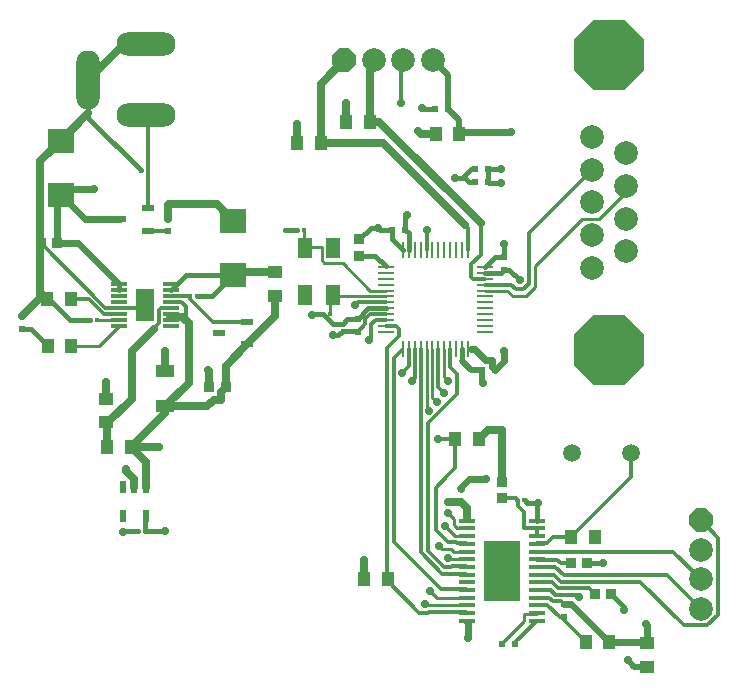
<source format=gtl>
G04 Layer_Physical_Order=1*
G04 Layer_Color=255*
%FSLAX43Y43*%
%MOMM*%
G71*
G01*
G75*
%ADD10R,1.000X1.250*%
%ADD11R,0.600X0.600*%
%ADD12R,0.600X0.600*%
%ADD13R,0.850X0.850*%
%ADD14R,2.300X2.000*%
%ADD15R,1.000X0.600*%
%ADD16R,0.300X0.300*%
%ADD17R,1.400X0.300*%
%ADD18R,1.600X2.800*%
%ADD19R,1.250X1.000*%
%ADD20R,1.600X1.000*%
%ADD21R,0.600X1.000*%
%ADD22R,0.250X1.400*%
%ADD23R,1.400X0.250*%
%ADD24R,0.850X0.850*%
%ADD25R,0.300X0.300*%
%ADD26R,1.200X1.800*%
%ADD27R,3.100X5.180*%
%ADD28R,1.400X0.400*%
%ADD29C,0.300*%
%ADD30C,0.600*%
%ADD31C,0.700*%
%ADD32C,0.400*%
%ADD33C,0.250*%
%ADD34C,0.500*%
%ADD35C,2.000*%
%ADD36P,2.165X8X22.5*%
%ADD37P,2.165X8X292.5*%
%ADD38P,6.494X8X202.5*%
%ADD39O,5.000X2.000*%
%ADD40O,2.000X5.000*%
%ADD41C,1.500*%
%ADD42C,0.700*%
%ADD43C,0.500*%
D10*
X30325Y2025D02*
D03*
X32325D02*
D03*
X40050Y13850D02*
D03*
X38050D02*
D03*
X24650Y38900D02*
D03*
X26650D02*
D03*
X28825Y40725D02*
D03*
X30825D02*
D03*
X36400Y39700D02*
D03*
X38400D02*
D03*
X5550Y21750D02*
D03*
X3550D02*
D03*
X5500Y25675D02*
D03*
X3500D02*
D03*
X10600Y13150D02*
D03*
X8600D02*
D03*
X49875Y5575D02*
D03*
X47875D02*
D03*
X51100Y-3375D02*
D03*
X49100D02*
D03*
D11*
X43150Y-3525D02*
D03*
X42050D02*
D03*
X36350Y41825D02*
D03*
X37450D02*
D03*
X33825Y31575D02*
D03*
X32725D02*
D03*
X40350Y19725D02*
D03*
X41450D02*
D03*
X40850Y35575D02*
D03*
X39750D02*
D03*
X39750Y36700D02*
D03*
X40850D02*
D03*
D12*
X47225Y-1250D02*
D03*
Y-150D02*
D03*
X13775Y31475D02*
D03*
Y32475D02*
D03*
X1350Y24225D02*
D03*
Y23125D02*
D03*
X42175Y28175D02*
D03*
Y29275D02*
D03*
X29800Y24025D02*
D03*
Y22925D02*
D03*
X38550Y9625D02*
D03*
Y8525D02*
D03*
D13*
X51275Y700D02*
D03*
X49875D02*
D03*
X49225Y3325D02*
D03*
X47825D02*
D03*
X4350Y30425D02*
D03*
X2950D02*
D03*
X18625Y18225D02*
D03*
X17225D02*
D03*
D14*
X4650Y39125D02*
D03*
Y34525D02*
D03*
X19225Y32350D02*
D03*
Y27750D02*
D03*
D15*
X12050Y31500D02*
D03*
Y33400D02*
D03*
X9650Y32450D02*
D03*
X20450Y21900D02*
D03*
Y23800D02*
D03*
X18050Y22850D02*
D03*
D16*
X12025Y36575D02*
D03*
X11425D02*
D03*
X7150Y23950D02*
D03*
X7750D02*
D03*
X16225Y26000D02*
D03*
X15625D02*
D03*
X11225Y6025D02*
D03*
X11825D02*
D03*
X26875Y24450D02*
D03*
X27475D02*
D03*
X24675Y31550D02*
D03*
X25275D02*
D03*
X43900Y8700D02*
D03*
X43300D02*
D03*
D17*
X9575Y26950D02*
D03*
Y26450D02*
D03*
Y25950D02*
D03*
Y25450D02*
D03*
Y24950D02*
D03*
Y24450D02*
D03*
Y23950D02*
D03*
Y23450D02*
D03*
X13975Y26950D02*
D03*
Y26450D02*
D03*
Y25950D02*
D03*
Y25450D02*
D03*
Y24950D02*
D03*
Y24450D02*
D03*
Y23950D02*
D03*
Y23450D02*
D03*
D18*
X11775Y25200D02*
D03*
D19*
X22775Y27950D02*
D03*
Y25950D02*
D03*
X8525Y15250D02*
D03*
Y17250D02*
D03*
X54275Y-5425D02*
D03*
Y-3425D02*
D03*
D20*
X13500Y19625D02*
D03*
Y16625D02*
D03*
D21*
X11850Y9775D02*
D03*
X10900D02*
D03*
X9950D02*
D03*
Y7375D02*
D03*
X11850D02*
D03*
D22*
X33625Y29875D02*
D03*
X34125D02*
D03*
X34625D02*
D03*
X35125D02*
D03*
X35625D02*
D03*
X36125D02*
D03*
X36625D02*
D03*
X37125D02*
D03*
X37625D02*
D03*
X38125D02*
D03*
X38625D02*
D03*
X39125D02*
D03*
Y21475D02*
D03*
X38625D02*
D03*
X38125D02*
D03*
X37625D02*
D03*
X37125D02*
D03*
X36625D02*
D03*
X36125D02*
D03*
X35625D02*
D03*
X35125D02*
D03*
X34625D02*
D03*
X34125D02*
D03*
X33625D02*
D03*
D23*
X40575Y28425D02*
D03*
Y27925D02*
D03*
Y27425D02*
D03*
Y26925D02*
D03*
Y26425D02*
D03*
Y25925D02*
D03*
Y25425D02*
D03*
Y24925D02*
D03*
Y24425D02*
D03*
Y23925D02*
D03*
Y23425D02*
D03*
Y22925D02*
D03*
X32175D02*
D03*
Y23425D02*
D03*
Y23925D02*
D03*
Y24425D02*
D03*
Y24925D02*
D03*
Y25425D02*
D03*
Y25925D02*
D03*
Y26425D02*
D03*
Y26925D02*
D03*
Y27425D02*
D03*
Y27925D02*
D03*
Y28425D02*
D03*
D24*
X29950Y29375D02*
D03*
Y30775D02*
D03*
X42050Y8825D02*
D03*
Y10225D02*
D03*
D25*
X28525Y23025D02*
D03*
Y23625D02*
D03*
D26*
X25325Y26025D02*
D03*
Y30025D02*
D03*
X27725D02*
D03*
Y26025D02*
D03*
D27*
X42000Y2700D02*
D03*
D28*
X39050Y6925D02*
D03*
Y6275D02*
D03*
Y5625D02*
D03*
Y4975D02*
D03*
Y4325D02*
D03*
Y3675D02*
D03*
Y3025D02*
D03*
Y2375D02*
D03*
Y1725D02*
D03*
Y1075D02*
D03*
Y425D02*
D03*
Y-225D02*
D03*
Y-875D02*
D03*
Y-1525D02*
D03*
X44950Y6925D02*
D03*
Y6275D02*
D03*
Y5625D02*
D03*
Y4975D02*
D03*
Y4325D02*
D03*
Y3675D02*
D03*
Y3025D02*
D03*
Y2375D02*
D03*
Y1725D02*
D03*
Y1075D02*
D03*
Y425D02*
D03*
Y-225D02*
D03*
Y-875D02*
D03*
Y-1525D02*
D03*
D29*
X39154Y29875D02*
Y31696D01*
X37400Y10725D02*
X38050Y11375D01*
X37400Y10716D02*
Y10725D01*
X36396Y9712D02*
X37400Y10716D01*
X36396Y6163D02*
Y9712D01*
X38175Y17625D02*
Y19375D01*
X35750Y15200D02*
X38175Y17625D01*
X37625Y19925D02*
X38175Y19375D01*
X32250Y1875D02*
Y21525D01*
Y1875D02*
X34979Y-854D01*
X35787D01*
X35812Y-829D02*
X39004D01*
X35787Y-854D02*
X35812Y-829D01*
X36704Y1296D02*
X36879Y1121D01*
X36704Y1296D02*
Y1312D01*
X36262Y1754D02*
X36704Y1312D01*
X36246Y1754D02*
X36262D01*
X32850Y5150D02*
X36246Y1754D01*
X35125Y4250D02*
Y21475D01*
X32850Y5150D02*
Y20700D01*
X36625Y18225D02*
X37075Y17775D01*
X36625Y18225D02*
Y21475D01*
X34375Y18725D02*
X34625Y18975D01*
X35750Y4409D02*
Y15200D01*
X36396Y6163D02*
X37463Y5096D01*
X35750Y4409D02*
X37113Y3046D01*
X36575Y13875D02*
X36600Y13850D01*
X38050D01*
X43050Y-3425D02*
X44950Y-1525D01*
X52925Y10625D02*
Y12700D01*
X38050Y11375D02*
Y13850D01*
X37463Y5096D02*
X38108D01*
X38183Y5021D01*
X39004D01*
X39050Y4975D01*
X34625Y18975D02*
Y21475D01*
X33575Y19450D02*
X34125Y20000D01*
Y21475D01*
X32850Y20700D02*
X33575Y21425D01*
X37625Y19925D02*
Y21475D01*
X44950Y2375D02*
X46395D01*
X57421Y-1929D02*
X59407D01*
X60325Y-1011D01*
Y5475D01*
X56475Y4325D02*
X58825Y1975D01*
Y6975D02*
X60325Y5475D01*
X44950Y3675D02*
X44996Y3629D01*
X46708D01*
X47012Y3325D01*
X47825D01*
X44950Y3025D02*
X46529D01*
X44950Y4325D02*
X56475D01*
X33050Y23425D02*
X33325Y23150D01*
X32175Y23425D02*
X33050D01*
X30950Y22475D02*
Y23550D01*
X31325Y23925D01*
X32175D01*
X29800Y22925D02*
X30425Y23550D01*
Y23975D01*
X30875Y24425D01*
X32175D01*
X29600Y25200D02*
X29825Y25425D01*
X32175D01*
X44279Y31274D02*
X49660Y36655D01*
X43816Y26525D02*
X44279Y26988D01*
X43200Y26525D02*
X43816D01*
X40575Y26925D02*
X42800D01*
X44279Y26988D02*
Y31274D01*
X42800Y26925D02*
X43200Y26525D01*
X35625Y31525D02*
X35650Y31550D01*
X35625Y29875D02*
Y31525D01*
X33425Y42300D02*
Y45725D01*
X33650Y45950D01*
X38900Y31950D02*
X39154Y31696D01*
X39400Y27550D02*
X39525Y27425D01*
X40575D01*
X39400Y27550D02*
Y28650D01*
X40200Y29450D01*
Y32150D01*
X8300Y24450D02*
X9575D01*
X7075Y25675D02*
X8300Y24450D01*
X5500Y25675D02*
X7075D01*
X9575Y24950D02*
X11525D01*
X11775Y25200D01*
X8425Y24950D02*
X9575D01*
X2950Y30425D02*
X8425Y24950D01*
X12025Y36575D02*
Y41100D01*
X11850Y41275D02*
X12025Y41100D01*
Y33425D02*
Y36575D01*
Y33425D02*
X12050Y33400D01*
Y31500D02*
X13750D01*
X13775Y31475D01*
X13975Y25950D02*
X15575D01*
X15625Y26000D01*
Y25729D02*
Y26000D01*
Y25729D02*
X17554Y23800D01*
X20450D01*
X13975Y25450D02*
X14875D01*
X15250Y25075D01*
Y23950D02*
Y25075D01*
X13125Y24950D02*
X13975D01*
X12950Y24775D02*
X13125Y24950D01*
X12950Y23650D02*
Y24775D01*
X12512Y23212D02*
X12950Y23650D01*
X47875Y5575D02*
X52925Y10625D01*
X44950Y5625D02*
Y6275D01*
Y6321D01*
X43846D02*
Y7646D01*
X43346Y8146D02*
X43846Y7646D01*
X43346Y8146D02*
Y8654D01*
X43300Y8700D02*
X43346Y8654D01*
X43175Y8825D02*
X43300Y8700D01*
X42050Y8825D02*
X43175D01*
X46371Y5575D02*
X47875D01*
X45817Y5021D02*
X46371Y5575D01*
X44996Y5021D02*
X45817D01*
X44950Y4975D02*
X44996Y5021D01*
X44950Y1725D02*
X46262D01*
X44950Y1075D02*
X46128D01*
X44950Y425D02*
X45995D01*
X46315Y105D01*
X46970D01*
X47225Y-150D01*
X46886Y-1250D02*
X47225D01*
X46529Y3025D02*
X47233Y2321D01*
X46395Y2375D02*
X47003Y1767D01*
X48341Y659D02*
X48525Y475D01*
X46262Y1725D02*
X46774Y1213D01*
X46544Y659D02*
X48341D01*
X46128Y1075D02*
X46544Y659D01*
X45861Y-225D02*
X46886Y-1250D01*
X44950Y-225D02*
X45861D01*
X48197Y1213D02*
X48213Y1229D01*
X47967Y1767D02*
X47983Y1783D01*
X47003Y1767D02*
X47967D01*
X47738Y2321D02*
X47754Y2337D01*
X47233Y2321D02*
X47738D01*
X46774Y1213D02*
X48197D01*
X47754Y2337D02*
X55963D01*
X47983Y1783D02*
X53709D01*
X48213Y1229D02*
X49346D01*
X49875Y700D01*
X53709Y1783D02*
X57421Y-1929D01*
X55963Y2337D02*
X58825Y-525D01*
X47225Y-1500D02*
Y-1250D01*
Y-1500D02*
X49100Y-3375D01*
X43846Y6321D02*
X44950D01*
X32250Y21525D02*
X33325Y22600D01*
Y23150D01*
X39004Y1121D02*
X39050Y1075D01*
X36879Y1121D02*
X39004D01*
Y2421D02*
X39050Y2375D01*
X39004Y3071D02*
X39050Y3025D01*
X39004Y-829D02*
X39050Y-875D01*
X37113Y3046D02*
X37737D01*
X37762Y3071D01*
X39004D01*
X35125Y4250D02*
X36954Y2421D01*
X39004D01*
X30725Y22250D02*
X30950Y22475D01*
D30*
X38400Y39650D02*
X38575Y39825D01*
X38475Y9700D02*
X39225Y10450D01*
X38575Y39825D02*
X42775D01*
X39379Y21475D02*
X39700D01*
X40596Y20579D01*
X41204D01*
Y19971D02*
Y20579D01*
Y19971D02*
X41450Y19725D01*
X42200Y20475D01*
Y21300D01*
X39225Y10450D02*
X40625D01*
X38475Y9700D02*
X38550Y9625D01*
X54200Y-1850D02*
X54275Y-1925D01*
Y-3425D02*
Y-1925D01*
X53625Y-3375D02*
X53625Y-3375D01*
X51100Y-3375D02*
X53625D01*
X38400Y39650D02*
Y39700D01*
X6100Y30425D02*
X9575Y26950D01*
X4350Y30425D02*
X6100D01*
X4350D02*
Y34225D01*
X4650Y34525D01*
X6725Y32450D02*
X9650D01*
X4650Y34525D02*
X6725Y32450D01*
X4650Y34525D02*
X5125Y35000D01*
X7500D01*
X47225Y-150D02*
X47872D01*
X51097Y-3375D01*
X51100D01*
X39100Y-3025D02*
Y-1679D01*
X39050Y-1629D02*
X39100Y-1679D01*
D31*
X2896Y26475D02*
Y30479D01*
X10896Y9775D02*
Y10483D01*
X40850Y14650D02*
X42050D01*
X40050Y13850D02*
X40850Y14650D01*
X37425Y8550D02*
X38525D01*
X30325Y2025D02*
Y3625D01*
X42050Y10225D02*
Y14650D01*
X34900Y39950D02*
X35150Y39700D01*
X36400D01*
X31950Y38900D02*
X38900Y31950D01*
X26650Y38900D02*
X31950D01*
X31625Y40725D02*
X40200Y32150D01*
X30825Y40725D02*
X31625D01*
X28775Y42300D02*
X28825Y42250D01*
Y40725D02*
Y42250D01*
X24650Y38900D02*
Y40475D01*
X30825Y41025D02*
Y45625D01*
X31150Y45950D01*
X26650Y38900D02*
Y43950D01*
X28650Y45950D01*
X4650Y39125D02*
X6950Y41425D01*
Y44225D02*
X10000Y47275D01*
X11850D01*
X2896Y30479D02*
X2950Y30425D01*
X2896Y30479D02*
Y37371D01*
X4650Y39125D01*
X1350Y24225D02*
X2896Y25771D01*
Y26475D01*
X13775Y32475D02*
Y33700D01*
X13800Y33725D01*
X19225Y27750D02*
X19425Y27950D01*
X22775D01*
X20450Y21900D02*
X22775Y24225D01*
Y25950D01*
X17850Y33725D02*
X19225Y32350D01*
X13800Y33725D02*
X17850D01*
X18625Y20075D02*
X20450Y21900D01*
X18625Y18225D02*
Y20075D01*
X18254Y17854D02*
X18625Y18225D01*
X18254Y17196D02*
Y17854D01*
X17596Y17196D02*
X18254D01*
X17025Y16625D02*
X17596Y17196D01*
X13500Y16625D02*
X17025D01*
X13500D02*
X15475Y18600D01*
Y23675D01*
X14950Y24200D02*
X15475Y23675D01*
X10650Y21333D02*
X12512Y23196D01*
X13500Y16050D02*
Y16625D01*
X10600Y13150D02*
X13500Y16050D01*
X8600Y13150D02*
Y15175D01*
X8525Y15250D02*
X8600Y15175D01*
X10650Y17225D02*
Y21333D01*
X8600Y15175D02*
X10650Y17225D01*
X17225Y18225D02*
Y19600D01*
X17150Y19675D02*
X17225Y19600D01*
X13500Y19625D02*
Y21300D01*
X13475Y21325D02*
X13500Y21300D01*
X8525Y17250D02*
Y18700D01*
X11850Y9775D02*
Y11900D01*
X10600Y13150D02*
X11850Y11900D01*
X10200Y11179D02*
Y11300D01*
Y11179D02*
X10896Y10483D01*
X10600Y13150D02*
X13000D01*
X13900Y24200D02*
X14950D01*
X38525Y8550D02*
X38550Y8525D01*
X39050Y8025D01*
Y7079D02*
Y8025D01*
D32*
X2896Y26475D02*
X5421Y23950D01*
X28525Y22971D02*
X29754D01*
X38600Y35950D02*
X38850D01*
X38050D02*
X38600D01*
X39350Y36700D01*
X38850Y35950D02*
X39225Y35575D01*
X33825Y31575D02*
Y32725D01*
X33950Y32850D01*
X52375Y-600D02*
Y-400D01*
X40925Y35500D02*
X41925D01*
X40850Y35575D02*
X40925Y35500D01*
X41875Y36700D02*
X41900Y36675D01*
X38625Y20475D02*
X38625Y20475D01*
Y21475D01*
X49225Y3325D02*
X49250Y3350D01*
X50600D01*
X30700Y24925D02*
X32175D01*
X40575Y28425D02*
X41425Y29275D01*
X35250Y41850D02*
X35275Y41825D01*
X36350D01*
X24650Y40475D02*
X24675Y40500D01*
X39225Y35575D02*
X39750D01*
X39350Y36700D02*
X39750D01*
X40850D02*
X41875D01*
X40850Y36700D02*
X40850Y36700D01*
X40850Y35575D02*
Y36700D01*
X42650Y28175D02*
X43525Y27300D01*
X42175Y28175D02*
X42650D01*
X42175Y30375D02*
X42200Y30400D01*
X42175Y29275D02*
Y30375D01*
X41425Y29275D02*
X42175D01*
X41925Y27925D02*
X42175Y28175D01*
X40575Y27925D02*
X41925D01*
X27700Y22625D02*
X28125D01*
X28525Y23025D01*
X29754Y22971D02*
X29800Y22925D01*
X26875Y24450D02*
X27700Y23625D01*
X28525D01*
X28925Y24025D02*
X29800D01*
X28525Y23625D02*
X28925Y24025D01*
X29800D02*
X30700Y24925D01*
X26000Y24450D02*
X26875D01*
X23675Y31550D02*
X24675D01*
X31304Y29375D02*
X32175Y28504D01*
X29950Y29375D02*
X31304D01*
X29950Y30775D02*
X30900Y31725D01*
X31500D01*
X31650Y31575D01*
X32725D01*
X33825D02*
X34125Y31275D01*
Y29875D02*
Y31275D01*
X32725Y30775D02*
Y31575D01*
Y30775D02*
X33625Y29875D01*
X5421Y23950D02*
X7150D01*
X2175Y23125D02*
X3550Y21750D01*
X1350Y23125D02*
X2175D01*
X9575Y26450D02*
Y26950D01*
X6950Y41050D02*
X11412Y36588D01*
X6950Y41050D02*
Y41425D01*
Y44225D01*
X15275Y27750D02*
X19225D01*
X17475Y26000D02*
X19225Y27750D01*
X16229Y26000D02*
X17475D01*
X13975Y26450D02*
X15275Y27750D01*
X10000Y6025D02*
X11225D01*
X9950Y5975D02*
X10000Y6025D01*
X11825D02*
Y7350D01*
X11850Y7375D01*
X11825Y6025D02*
X13425D01*
X13450Y6050D01*
X44950Y6925D02*
Y8325D01*
X45100Y8475D01*
X44129D02*
X45100D01*
X43950Y8654D02*
X44129Y8475D01*
X51275Y700D02*
X52375Y-400D01*
D33*
X27825Y25925D02*
X32175D01*
X35625Y16425D02*
X35825Y16225D01*
X36125Y17350D02*
X36475Y17000D01*
X37125Y19100D02*
X37475Y18750D01*
X35625Y16425D02*
Y21475D01*
X37475Y7550D02*
X37971Y7054D01*
Y6568D02*
Y7054D01*
X37150Y6475D02*
X38000Y5625D01*
X38193Y6346D02*
X38979D01*
X37971Y6568D02*
X38193Y6346D01*
X41984Y-3458D02*
X43871Y-1571D01*
X38000Y5625D02*
X39050D01*
X37125Y19100D02*
Y21475D01*
X36125Y17350D02*
Y21475D01*
X43871Y-1571D02*
Y-946D01*
X44879D01*
X44950Y-875D01*
X50250Y32500D02*
X52760Y35010D01*
X48800Y32500D02*
X50250D01*
X44825Y28525D02*
X48800Y32500D01*
X44825Y26700D02*
Y28525D01*
X44050Y25925D02*
X44825Y26700D01*
X42950Y25925D02*
X44050D01*
X42450Y26425D02*
X42950Y25925D01*
X40575Y26425D02*
X42450D01*
X27725Y26025D02*
X27825Y25925D01*
X27475Y25775D02*
X27725Y26025D01*
X27475Y24450D02*
Y25775D01*
X25275Y30075D02*
X26746D01*
Y28968D02*
Y30075D01*
Y28968D02*
X26968Y28746D01*
X28554D01*
X30875Y26425D01*
X32175D01*
X25275Y30075D02*
Y31550D01*
X7875Y21750D02*
X9575Y23450D01*
X5550Y21750D02*
X7875D01*
X7750Y23950D02*
X9575D01*
X38979Y6346D02*
X39050Y6275D01*
X37931Y4325D02*
X39050D01*
X37727Y4529D02*
X37931Y4325D01*
X36921Y4529D02*
X37727D01*
X36675Y4775D02*
X36921Y4529D01*
X37550Y3675D02*
X39050D01*
X37425Y3800D02*
X37550Y3675D01*
X36525Y425D02*
X39050D01*
X35950Y1000D02*
X36525Y425D01*
X35600Y-225D02*
X39050D01*
X35475Y-100D02*
X35600Y-225D01*
D34*
X52700Y-4900D02*
X53225Y-5425D01*
X54275D01*
X40350Y18650D02*
X40400Y18600D01*
X40350Y18650D02*
Y19725D01*
X39375D02*
X40350D01*
X38625Y20475D02*
X39375Y19725D01*
X38400Y39700D02*
Y40875D01*
X37450Y41825D02*
X38400Y40875D01*
X37450Y41825D02*
Y44650D01*
X36150Y45950D02*
X37450Y44650D01*
D35*
X33650Y45950D02*
D03*
X31150D02*
D03*
X36150D02*
D03*
X58825Y1975D02*
D03*
Y4475D02*
D03*
Y-525D02*
D03*
X49660Y39425D02*
D03*
Y36655D02*
D03*
Y33885D02*
D03*
Y31115D02*
D03*
Y28345D02*
D03*
X52500Y38040D02*
D03*
Y35270D02*
D03*
Y32500D02*
D03*
Y29730D02*
D03*
D36*
X28650Y45950D02*
D03*
D37*
X58825Y6975D02*
D03*
D38*
X51080Y21385D02*
D03*
Y46385D02*
D03*
D39*
X11850Y47275D02*
D03*
Y41275D02*
D03*
D40*
X6950Y44225D02*
D03*
D41*
X47925Y12700D02*
D03*
X52925D02*
D03*
D42*
X38050Y35950D02*
D03*
X33950Y32850D02*
D03*
X42775Y39825D02*
D03*
X42050Y14650D02*
D03*
X52375Y-600D02*
D03*
X40625Y10450D02*
D03*
X41925Y35500D02*
D03*
X41900Y36675D02*
D03*
X35825Y16225D02*
D03*
X36475Y17000D02*
D03*
X37075Y17775D02*
D03*
X37475Y18750D02*
D03*
X34375Y18725D02*
D03*
X37475Y7550D02*
D03*
X37425Y8550D02*
D03*
X37150Y6475D02*
D03*
X36575Y13875D02*
D03*
X30325Y3625D02*
D03*
X52700Y-4900D02*
D03*
X54200Y-1850D02*
D03*
X33575Y19450D02*
D03*
X50600Y3350D02*
D03*
X29600Y25200D02*
D03*
X35650Y31550D02*
D03*
X33425Y42300D02*
D03*
X34900Y39950D02*
D03*
X35250Y41850D02*
D03*
X24675Y40500D02*
D03*
X28775Y42300D02*
D03*
X42200Y21300D02*
D03*
X43525Y27300D02*
D03*
X42200Y30400D02*
D03*
X27700Y22625D02*
D03*
X25900Y24350D02*
D03*
X31500Y31725D02*
D03*
X7500Y35000D02*
D03*
X13800Y33725D02*
D03*
X8525Y18700D02*
D03*
X17150Y19675D02*
D03*
X13475Y21325D02*
D03*
X10200Y11300D02*
D03*
X9950Y5975D02*
D03*
X13450Y6050D02*
D03*
X13000Y13150D02*
D03*
X45100Y8475D02*
D03*
X48525Y475D02*
D03*
X39100Y-3025D02*
D03*
X35475Y-100D02*
D03*
X35950Y1000D02*
D03*
X36675Y4775D02*
D03*
X37425Y3800D02*
D03*
X30725Y22250D02*
D03*
X40400Y18600D02*
D03*
D43*
X40900Y4900D02*
D03*
X42000D02*
D03*
X43100D02*
D03*
X40900Y3800D02*
D03*
X42000D02*
D03*
X43100D02*
D03*
X40900Y2700D02*
D03*
X42000D02*
D03*
X43100D02*
D03*
X40900Y1600D02*
D03*
X42000D02*
D03*
X43100D02*
D03*
X40900Y500D02*
D03*
X42000D02*
D03*
X43100D02*
D03*
M02*

</source>
